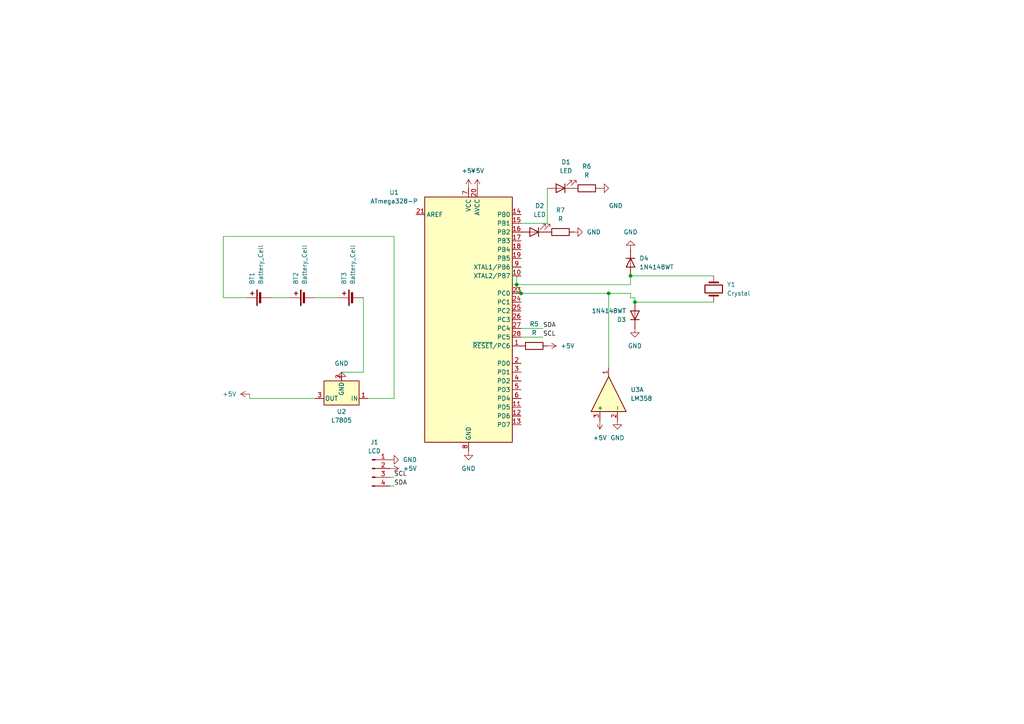
<source format=kicad_sch>
(kicad_sch
	(version 20250114)
	(generator "eeschema")
	(generator_version "9.0")
	(uuid "536588d1-a152-4c54-8e9c-b6fded730a7c")
	(paper "A4")
	(lib_symbols
		(symbol "Amplifier_Operational:LM358"
			(pin_names
				(offset 0.127)
			)
			(exclude_from_sim no)
			(in_bom yes)
			(on_board yes)
			(property "Reference" "U"
				(at 0 5.08 0)
				(effects
					(font
						(size 1.27 1.27)
					)
					(justify left)
				)
			)
			(property "Value" "LM358"
				(at 0 -5.08 0)
				(effects
					(font
						(size 1.27 1.27)
					)
					(justify left)
				)
			)
			(property "Footprint" ""
				(at 0 0 0)
				(effects
					(font
						(size 1.27 1.27)
					)
					(hide yes)
				)
			)
			(property "Datasheet" "http://www.ti.com/lit/ds/symlink/lm2904-n.pdf"
				(at 0 0 0)
				(effects
					(font
						(size 1.27 1.27)
					)
					(hide yes)
				)
			)
			(property "Description" "Low-Power, Dual Operational Amplifiers, DIP-8/SOIC-8/TO-99-8"
				(at 0 0 0)
				(effects
					(font
						(size 1.27 1.27)
					)
					(hide yes)
				)
			)
			(property "ki_locked" ""
				(at 0 0 0)
				(effects
					(font
						(size 1.27 1.27)
					)
				)
			)
			(property "ki_keywords" "dual opamp"
				(at 0 0 0)
				(effects
					(font
						(size 1.27 1.27)
					)
					(hide yes)
				)
			)
			(property "ki_fp_filters" "SOIC*3.9x4.9mm*P1.27mm* DIP*W7.62mm* TO*99* OnSemi*Micro8* TSSOP*3x3mm*P0.65mm* TSSOP*4.4x3mm*P0.65mm* MSOP*3x3mm*P0.65mm* SSOP*3.9x4.9mm*P0.635mm* LFCSP*2x2mm*P0.5mm* *SIP* SOIC*5.3x6.2mm*P1.27mm*"
				(at 0 0 0)
				(effects
					(font
						(size 1.27 1.27)
					)
					(hide yes)
				)
			)
			(symbol "LM358_1_1"
				(polyline
					(pts
						(xy -5.08 5.08) (xy 5.08 0) (xy -5.08 -5.08) (xy -5.08 5.08)
					)
					(stroke
						(width 0.254)
						(type default)
					)
					(fill
						(type background)
					)
				)
				(pin input line
					(at -7.62 2.54 0)
					(length 2.54)
					(name "+"
						(effects
							(font
								(size 1.27 1.27)
							)
						)
					)
					(number "3"
						(effects
							(font
								(size 1.27 1.27)
							)
						)
					)
				)
				(pin input line
					(at -7.62 -2.54 0)
					(length 2.54)
					(name "-"
						(effects
							(font
								(size 1.27 1.27)
							)
						)
					)
					(number "2"
						(effects
							(font
								(size 1.27 1.27)
							)
						)
					)
				)
				(pin output line
					(at 7.62 0 180)
					(length 2.54)
					(name "~"
						(effects
							(font
								(size 1.27 1.27)
							)
						)
					)
					(number "1"
						(effects
							(font
								(size 1.27 1.27)
							)
						)
					)
				)
			)
			(symbol "LM358_2_1"
				(polyline
					(pts
						(xy -5.08 5.08) (xy 5.08 0) (xy -5.08 -5.08) (xy -5.08 5.08)
					)
					(stroke
						(width 0.254)
						(type default)
					)
					(fill
						(type background)
					)
				)
				(pin input line
					(at -7.62 2.54 0)
					(length 2.54)
					(name "+"
						(effects
							(font
								(size 1.27 1.27)
							)
						)
					)
					(number "5"
						(effects
							(font
								(size 1.27 1.27)
							)
						)
					)
				)
				(pin input line
					(at -7.62 -2.54 0)
					(length 2.54)
					(name "-"
						(effects
							(font
								(size 1.27 1.27)
							)
						)
					)
					(number "6"
						(effects
							(font
								(size 1.27 1.27)
							)
						)
					)
				)
				(pin output line
					(at 7.62 0 180)
					(length 2.54)
					(name "~"
						(effects
							(font
								(size 1.27 1.27)
							)
						)
					)
					(number "7"
						(effects
							(font
								(size 1.27 1.27)
							)
						)
					)
				)
			)
			(symbol "LM358_3_1"
				(pin power_in line
					(at -2.54 7.62 270)
					(length 3.81)
					(name "V+"
						(effects
							(font
								(size 1.27 1.27)
							)
						)
					)
					(number "8"
						(effects
							(font
								(size 1.27 1.27)
							)
						)
					)
				)
				(pin power_in line
					(at -2.54 -7.62 90)
					(length 3.81)
					(name "V-"
						(effects
							(font
								(size 1.27 1.27)
							)
						)
					)
					(number "4"
						(effects
							(font
								(size 1.27 1.27)
							)
						)
					)
				)
			)
			(embedded_fonts no)
		)
		(symbol "Connector:Conn_01x04_Pin"
			(pin_names
				(offset 1.016)
				(hide yes)
			)
			(exclude_from_sim no)
			(in_bom yes)
			(on_board yes)
			(property "Reference" "J"
				(at 0 5.08 0)
				(effects
					(font
						(size 1.27 1.27)
					)
				)
			)
			(property "Value" "Conn_01x04_Pin"
				(at 0 -7.62 0)
				(effects
					(font
						(size 1.27 1.27)
					)
				)
			)
			(property "Footprint" ""
				(at 0 0 0)
				(effects
					(font
						(size 1.27 1.27)
					)
					(hide yes)
				)
			)
			(property "Datasheet" "~"
				(at 0 0 0)
				(effects
					(font
						(size 1.27 1.27)
					)
					(hide yes)
				)
			)
			(property "Description" "Generic connector, single row, 01x04, script generated"
				(at 0 0 0)
				(effects
					(font
						(size 1.27 1.27)
					)
					(hide yes)
				)
			)
			(property "ki_locked" ""
				(at 0 0 0)
				(effects
					(font
						(size 1.27 1.27)
					)
				)
			)
			(property "ki_keywords" "connector"
				(at 0 0 0)
				(effects
					(font
						(size 1.27 1.27)
					)
					(hide yes)
				)
			)
			(property "ki_fp_filters" "Connector*:*_1x??_*"
				(at 0 0 0)
				(effects
					(font
						(size 1.27 1.27)
					)
					(hide yes)
				)
			)
			(symbol "Conn_01x04_Pin_1_1"
				(rectangle
					(start 0.8636 2.667)
					(end 0 2.413)
					(stroke
						(width 0.1524)
						(type default)
					)
					(fill
						(type outline)
					)
				)
				(rectangle
					(start 0.8636 0.127)
					(end 0 -0.127)
					(stroke
						(width 0.1524)
						(type default)
					)
					(fill
						(type outline)
					)
				)
				(rectangle
					(start 0.8636 -2.413)
					(end 0 -2.667)
					(stroke
						(width 0.1524)
						(type default)
					)
					(fill
						(type outline)
					)
				)
				(rectangle
					(start 0.8636 -4.953)
					(end 0 -5.207)
					(stroke
						(width 0.1524)
						(type default)
					)
					(fill
						(type outline)
					)
				)
				(polyline
					(pts
						(xy 1.27 2.54) (xy 0.8636 2.54)
					)
					(stroke
						(width 0.1524)
						(type default)
					)
					(fill
						(type none)
					)
				)
				(polyline
					(pts
						(xy 1.27 0) (xy 0.8636 0)
					)
					(stroke
						(width 0.1524)
						(type default)
					)
					(fill
						(type none)
					)
				)
				(polyline
					(pts
						(xy 1.27 -2.54) (xy 0.8636 -2.54)
					)
					(stroke
						(width 0.1524)
						(type default)
					)
					(fill
						(type none)
					)
				)
				(polyline
					(pts
						(xy 1.27 -5.08) (xy 0.8636 -5.08)
					)
					(stroke
						(width 0.1524)
						(type default)
					)
					(fill
						(type none)
					)
				)
				(pin passive line
					(at 5.08 2.54 180)
					(length 3.81)
					(name "Pin_1"
						(effects
							(font
								(size 1.27 1.27)
							)
						)
					)
					(number "1"
						(effects
							(font
								(size 1.27 1.27)
							)
						)
					)
				)
				(pin passive line
					(at 5.08 0 180)
					(length 3.81)
					(name "Pin_2"
						(effects
							(font
								(size 1.27 1.27)
							)
						)
					)
					(number "2"
						(effects
							(font
								(size 1.27 1.27)
							)
						)
					)
				)
				(pin passive line
					(at 5.08 -2.54 180)
					(length 3.81)
					(name "Pin_3"
						(effects
							(font
								(size 1.27 1.27)
							)
						)
					)
					(number "3"
						(effects
							(font
								(size 1.27 1.27)
							)
						)
					)
				)
				(pin passive line
					(at 5.08 -5.08 180)
					(length 3.81)
					(name "Pin_4"
						(effects
							(font
								(size 1.27 1.27)
							)
						)
					)
					(number "4"
						(effects
							(font
								(size 1.27 1.27)
							)
						)
					)
				)
			)
			(embedded_fonts no)
		)
		(symbol "Device:Battery_Cell"
			(pin_numbers
				(hide yes)
			)
			(pin_names
				(offset 0)
				(hide yes)
			)
			(exclude_from_sim no)
			(in_bom yes)
			(on_board yes)
			(property "Reference" "BT"
				(at 2.54 2.54 0)
				(effects
					(font
						(size 1.27 1.27)
					)
					(justify left)
				)
			)
			(property "Value" "Battery_Cell"
				(at 2.54 0 0)
				(effects
					(font
						(size 1.27 1.27)
					)
					(justify left)
				)
			)
			(property "Footprint" ""
				(at 0 1.524 90)
				(effects
					(font
						(size 1.27 1.27)
					)
					(hide yes)
				)
			)
			(property "Datasheet" "~"
				(at 0 1.524 90)
				(effects
					(font
						(size 1.27 1.27)
					)
					(hide yes)
				)
			)
			(property "Description" "Single-cell battery"
				(at 0 0 0)
				(effects
					(font
						(size 1.27 1.27)
					)
					(hide yes)
				)
			)
			(property "ki_keywords" "battery cell"
				(at 0 0 0)
				(effects
					(font
						(size 1.27 1.27)
					)
					(hide yes)
				)
			)
			(symbol "Battery_Cell_0_1"
				(rectangle
					(start -2.286 1.778)
					(end 2.286 1.524)
					(stroke
						(width 0)
						(type default)
					)
					(fill
						(type outline)
					)
				)
				(rectangle
					(start -1.524 1.016)
					(end 1.524 0.508)
					(stroke
						(width 0)
						(type default)
					)
					(fill
						(type outline)
					)
				)
				(polyline
					(pts
						(xy 0 1.778) (xy 0 2.54)
					)
					(stroke
						(width 0)
						(type default)
					)
					(fill
						(type none)
					)
				)
				(polyline
					(pts
						(xy 0 0.762) (xy 0 0)
					)
					(stroke
						(width 0)
						(type default)
					)
					(fill
						(type none)
					)
				)
				(polyline
					(pts
						(xy 0.762 3.048) (xy 1.778 3.048)
					)
					(stroke
						(width 0.254)
						(type default)
					)
					(fill
						(type none)
					)
				)
				(polyline
					(pts
						(xy 1.27 3.556) (xy 1.27 2.54)
					)
					(stroke
						(width 0.254)
						(type default)
					)
					(fill
						(type none)
					)
				)
			)
			(symbol "Battery_Cell_1_1"
				(pin passive line
					(at 0 5.08 270)
					(length 2.54)
					(name "+"
						(effects
							(font
								(size 1.27 1.27)
							)
						)
					)
					(number "1"
						(effects
							(font
								(size 1.27 1.27)
							)
						)
					)
				)
				(pin passive line
					(at 0 -2.54 90)
					(length 2.54)
					(name "-"
						(effects
							(font
								(size 1.27 1.27)
							)
						)
					)
					(number "2"
						(effects
							(font
								(size 1.27 1.27)
							)
						)
					)
				)
			)
			(embedded_fonts no)
		)
		(symbol "Device:Crystal"
			(pin_numbers
				(hide yes)
			)
			(pin_names
				(offset 1.016)
				(hide yes)
			)
			(exclude_from_sim no)
			(in_bom yes)
			(on_board yes)
			(property "Reference" "Y"
				(at 0 3.81 0)
				(effects
					(font
						(size 1.27 1.27)
					)
				)
			)
			(property "Value" "Crystal"
				(at 0 -3.81 0)
				(effects
					(font
						(size 1.27 1.27)
					)
				)
			)
			(property "Footprint" ""
				(at 0 0 0)
				(effects
					(font
						(size 1.27 1.27)
					)
					(hide yes)
				)
			)
			(property "Datasheet" "~"
				(at 0 0 0)
				(effects
					(font
						(size 1.27 1.27)
					)
					(hide yes)
				)
			)
			(property "Description" "Two pin crystal"
				(at 0 0 0)
				(effects
					(font
						(size 1.27 1.27)
					)
					(hide yes)
				)
			)
			(property "ki_keywords" "quartz ceramic resonator oscillator"
				(at 0 0 0)
				(effects
					(font
						(size 1.27 1.27)
					)
					(hide yes)
				)
			)
			(property "ki_fp_filters" "Crystal*"
				(at 0 0 0)
				(effects
					(font
						(size 1.27 1.27)
					)
					(hide yes)
				)
			)
			(symbol "Crystal_0_1"
				(polyline
					(pts
						(xy -2.54 0) (xy -1.905 0)
					)
					(stroke
						(width 0)
						(type default)
					)
					(fill
						(type none)
					)
				)
				(polyline
					(pts
						(xy -1.905 -1.27) (xy -1.905 1.27)
					)
					(stroke
						(width 0.508)
						(type default)
					)
					(fill
						(type none)
					)
				)
				(rectangle
					(start -1.143 2.54)
					(end 1.143 -2.54)
					(stroke
						(width 0.3048)
						(type default)
					)
					(fill
						(type none)
					)
				)
				(polyline
					(pts
						(xy 1.905 -1.27) (xy 1.905 1.27)
					)
					(stroke
						(width 0.508)
						(type default)
					)
					(fill
						(type none)
					)
				)
				(polyline
					(pts
						(xy 2.54 0) (xy 1.905 0)
					)
					(stroke
						(width 0)
						(type default)
					)
					(fill
						(type none)
					)
				)
			)
			(symbol "Crystal_1_1"
				(pin passive line
					(at -3.81 0 0)
					(length 1.27)
					(name "1"
						(effects
							(font
								(size 1.27 1.27)
							)
						)
					)
					(number "1"
						(effects
							(font
								(size 1.27 1.27)
							)
						)
					)
				)
				(pin passive line
					(at 3.81 0 180)
					(length 1.27)
					(name "2"
						(effects
							(font
								(size 1.27 1.27)
							)
						)
					)
					(number "2"
						(effects
							(font
								(size 1.27 1.27)
							)
						)
					)
				)
			)
			(embedded_fonts no)
		)
		(symbol "Device:LED"
			(pin_numbers
				(hide yes)
			)
			(pin_names
				(offset 1.016)
				(hide yes)
			)
			(exclude_from_sim no)
			(in_bom yes)
			(on_board yes)
			(property "Reference" "D"
				(at 0 2.54 0)
				(effects
					(font
						(size 1.27 1.27)
					)
				)
			)
			(property "Value" "LED"
				(at 0 -2.54 0)
				(effects
					(font
						(size 1.27 1.27)
					)
				)
			)
			(property "Footprint" ""
				(at 0 0 0)
				(effects
					(font
						(size 1.27 1.27)
					)
					(hide yes)
				)
			)
			(property "Datasheet" "~"
				(at 0 0 0)
				(effects
					(font
						(size 1.27 1.27)
					)
					(hide yes)
				)
			)
			(property "Description" "Light emitting diode"
				(at 0 0 0)
				(effects
					(font
						(size 1.27 1.27)
					)
					(hide yes)
				)
			)
			(property "Sim.Pins" "1=K 2=A"
				(at 0 0 0)
				(effects
					(font
						(size 1.27 1.27)
					)
					(hide yes)
				)
			)
			(property "ki_keywords" "LED diode"
				(at 0 0 0)
				(effects
					(font
						(size 1.27 1.27)
					)
					(hide yes)
				)
			)
			(property "ki_fp_filters" "LED* LED_SMD:* LED_THT:*"
				(at 0 0 0)
				(effects
					(font
						(size 1.27 1.27)
					)
					(hide yes)
				)
			)
			(symbol "LED_0_1"
				(polyline
					(pts
						(xy -3.048 -0.762) (xy -4.572 -2.286) (xy -3.81 -2.286) (xy -4.572 -2.286) (xy -4.572 -1.524)
					)
					(stroke
						(width 0)
						(type default)
					)
					(fill
						(type none)
					)
				)
				(polyline
					(pts
						(xy -1.778 -0.762) (xy -3.302 -2.286) (xy -2.54 -2.286) (xy -3.302 -2.286) (xy -3.302 -1.524)
					)
					(stroke
						(width 0)
						(type default)
					)
					(fill
						(type none)
					)
				)
				(polyline
					(pts
						(xy -1.27 0) (xy 1.27 0)
					)
					(stroke
						(width 0)
						(type default)
					)
					(fill
						(type none)
					)
				)
				(polyline
					(pts
						(xy -1.27 -1.27) (xy -1.27 1.27)
					)
					(stroke
						(width 0.254)
						(type default)
					)
					(fill
						(type none)
					)
				)
				(polyline
					(pts
						(xy 1.27 -1.27) (xy 1.27 1.27) (xy -1.27 0) (xy 1.27 -1.27)
					)
					(stroke
						(width 0.254)
						(type default)
					)
					(fill
						(type none)
					)
				)
			)
			(symbol "LED_1_1"
				(pin passive line
					(at -3.81 0 0)
					(length 2.54)
					(name "K"
						(effects
							(font
								(size 1.27 1.27)
							)
						)
					)
					(number "1"
						(effects
							(font
								(size 1.27 1.27)
							)
						)
					)
				)
				(pin passive line
					(at 3.81 0 180)
					(length 2.54)
					(name "A"
						(effects
							(font
								(size 1.27 1.27)
							)
						)
					)
					(number "2"
						(effects
							(font
								(size 1.27 1.27)
							)
						)
					)
				)
			)
			(embedded_fonts no)
		)
		(symbol "Device:R"
			(pin_numbers
				(hide yes)
			)
			(pin_names
				(offset 0)
			)
			(exclude_from_sim no)
			(in_bom yes)
			(on_board yes)
			(property "Reference" "R"
				(at 2.032 0 90)
				(effects
					(font
						(size 1.27 1.27)
					)
				)
			)
			(property "Value" "R"
				(at 0 0 90)
				(effects
					(font
						(size 1.27 1.27)
					)
				)
			)
			(property "Footprint" ""
				(at -1.778 0 90)
				(effects
					(font
						(size 1.27 1.27)
					)
					(hide yes)
				)
			)
			(property "Datasheet" "~"
				(at 0 0 0)
				(effects
					(font
						(size 1.27 1.27)
					)
					(hide yes)
				)
			)
			(property "Description" "Resistor"
				(at 0 0 0)
				(effects
					(font
						(size 1.27 1.27)
					)
					(hide yes)
				)
			)
			(property "ki_keywords" "R res resistor"
				(at 0 0 0)
				(effects
					(font
						(size 1.27 1.27)
					)
					(hide yes)
				)
			)
			(property "ki_fp_filters" "R_*"
				(at 0 0 0)
				(effects
					(font
						(size 1.27 1.27)
					)
					(hide yes)
				)
			)
			(symbol "R_0_1"
				(rectangle
					(start -1.016 -2.54)
					(end 1.016 2.54)
					(stroke
						(width 0.254)
						(type default)
					)
					(fill
						(type none)
					)
				)
			)
			(symbol "R_1_1"
				(pin passive line
					(at 0 3.81 270)
					(length 1.27)
					(name "~"
						(effects
							(font
								(size 1.27 1.27)
							)
						)
					)
					(number "1"
						(effects
							(font
								(size 1.27 1.27)
							)
						)
					)
				)
				(pin passive line
					(at 0 -3.81 90)
					(length 1.27)
					(name "~"
						(effects
							(font
								(size 1.27 1.27)
							)
						)
					)
					(number "2"
						(effects
							(font
								(size 1.27 1.27)
							)
						)
					)
				)
			)
			(embedded_fonts no)
		)
		(symbol "Diode:1N4148WT"
			(pin_numbers
				(hide yes)
			)
			(pin_names
				(hide yes)
			)
			(exclude_from_sim no)
			(in_bom yes)
			(on_board yes)
			(property "Reference" "D"
				(at 0 2.54 0)
				(effects
					(font
						(size 1.27 1.27)
					)
				)
			)
			(property "Value" "1N4148WT"
				(at 0 -2.54 0)
				(effects
					(font
						(size 1.27 1.27)
					)
				)
			)
			(property "Footprint" "Diode_SMD:D_SOD-523"
				(at 0 -4.445 0)
				(effects
					(font
						(size 1.27 1.27)
					)
					(hide yes)
				)
			)
			(property "Datasheet" "https://www.diodes.com/assets/Datasheets/ds30396.pdf"
				(at 0 0 0)
				(effects
					(font
						(size 1.27 1.27)
					)
					(hide yes)
				)
			)
			(property "Description" "75V 0.15A Fast switching Diode, SOD-523"
				(at 0 0 0)
				(effects
					(font
						(size 1.27 1.27)
					)
					(hide yes)
				)
			)
			(property "Sim.Device" "D"
				(at 0 0 0)
				(effects
					(font
						(size 1.27 1.27)
					)
					(hide yes)
				)
			)
			(property "Sim.Pins" "1=K 2=A"
				(at 0 0 0)
				(effects
					(font
						(size 1.27 1.27)
					)
					(hide yes)
				)
			)
			(property "ki_keywords" "diode"
				(at 0 0 0)
				(effects
					(font
						(size 1.27 1.27)
					)
					(hide yes)
				)
			)
			(property "ki_fp_filters" "D*SOD?523*"
				(at 0 0 0)
				(effects
					(font
						(size 1.27 1.27)
					)
					(hide yes)
				)
			)
			(symbol "1N4148WT_0_1"
				(polyline
					(pts
						(xy -1.27 1.27) (xy -1.27 -1.27)
					)
					(stroke
						(width 0.254)
						(type default)
					)
					(fill
						(type none)
					)
				)
				(polyline
					(pts
						(xy 1.27 1.27) (xy 1.27 -1.27) (xy -1.27 0) (xy 1.27 1.27)
					)
					(stroke
						(width 0.254)
						(type default)
					)
					(fill
						(type none)
					)
				)
				(polyline
					(pts
						(xy 1.27 0) (xy -1.27 0)
					)
					(stroke
						(width 0)
						(type default)
					)
					(fill
						(type none)
					)
				)
			)
			(symbol "1N4148WT_1_1"
				(pin passive line
					(at -3.81 0 0)
					(length 2.54)
					(name "K"
						(effects
							(font
								(size 1.27 1.27)
							)
						)
					)
					(number "1"
						(effects
							(font
								(size 1.27 1.27)
							)
						)
					)
				)
				(pin passive line
					(at 3.81 0 180)
					(length 2.54)
					(name "A"
						(effects
							(font
								(size 1.27 1.27)
							)
						)
					)
					(number "2"
						(effects
							(font
								(size 1.27 1.27)
							)
						)
					)
				)
			)
			(embedded_fonts no)
		)
		(symbol "MCU_Microchip_ATmega:ATmega328-P"
			(exclude_from_sim no)
			(in_bom yes)
			(on_board yes)
			(property "Reference" "U"
				(at -12.7 36.83 0)
				(effects
					(font
						(size 1.27 1.27)
					)
					(justify left bottom)
				)
			)
			(property "Value" "ATmega328-P"
				(at 2.54 -36.83 0)
				(effects
					(font
						(size 1.27 1.27)
					)
					(justify left top)
				)
			)
			(property "Footprint" "Package_DIP:DIP-28_W7.62mm"
				(at 0 0 0)
				(effects
					(font
						(size 1.27 1.27)
						(italic yes)
					)
					(hide yes)
				)
			)
			(property "Datasheet" "http://ww1.microchip.com/downloads/en/DeviceDoc/ATmega328_P%20AVR%20MCU%20with%20picoPower%20Technology%20Data%20Sheet%2040001984A.pdf"
				(at 0 0 0)
				(effects
					(font
						(size 1.27 1.27)
					)
					(hide yes)
				)
			)
			(property "Description" "20MHz, 32kB Flash, 2kB SRAM, 1kB EEPROM, DIP-28"
				(at 0 0 0)
				(effects
					(font
						(size 1.27 1.27)
					)
					(hide yes)
				)
			)
			(property "ki_keywords" "AVR 8bit Microcontroller MegaAVR"
				(at 0 0 0)
				(effects
					(font
						(size 1.27 1.27)
					)
					(hide yes)
				)
			)
			(property "ki_fp_filters" "DIP*W7.62mm*"
				(at 0 0 0)
				(effects
					(font
						(size 1.27 1.27)
					)
					(hide yes)
				)
			)
			(symbol "ATmega328-P_0_1"
				(rectangle
					(start -12.7 -35.56)
					(end 12.7 35.56)
					(stroke
						(width 0.254)
						(type default)
					)
					(fill
						(type background)
					)
				)
			)
			(symbol "ATmega328-P_1_1"
				(pin passive line
					(at -15.24 30.48 0)
					(length 2.54)
					(name "AREF"
						(effects
							(font
								(size 1.27 1.27)
							)
						)
					)
					(number "21"
						(effects
							(font
								(size 1.27 1.27)
							)
						)
					)
				)
				(pin power_in line
					(at 0 38.1 270)
					(length 2.54)
					(name "VCC"
						(effects
							(font
								(size 1.27 1.27)
							)
						)
					)
					(number "7"
						(effects
							(font
								(size 1.27 1.27)
							)
						)
					)
				)
				(pin passive line
					(at 0 -38.1 90)
					(length 2.54)
					(hide yes)
					(name "GND"
						(effects
							(font
								(size 1.27 1.27)
							)
						)
					)
					(number "22"
						(effects
							(font
								(size 1.27 1.27)
							)
						)
					)
				)
				(pin power_in line
					(at 0 -38.1 90)
					(length 2.54)
					(name "GND"
						(effects
							(font
								(size 1.27 1.27)
							)
						)
					)
					(number "8"
						(effects
							(font
								(size 1.27 1.27)
							)
						)
					)
				)
				(pin power_in line
					(at 2.54 38.1 270)
					(length 2.54)
					(name "AVCC"
						(effects
							(font
								(size 1.27 1.27)
							)
						)
					)
					(number "20"
						(effects
							(font
								(size 1.27 1.27)
							)
						)
					)
				)
				(pin bidirectional line
					(at 15.24 30.48 180)
					(length 2.54)
					(name "PB0"
						(effects
							(font
								(size 1.27 1.27)
							)
						)
					)
					(number "14"
						(effects
							(font
								(size 1.27 1.27)
							)
						)
					)
				)
				(pin bidirectional line
					(at 15.24 27.94 180)
					(length 2.54)
					(name "PB1"
						(effects
							(font
								(size 1.27 1.27)
							)
						)
					)
					(number "15"
						(effects
							(font
								(size 1.27 1.27)
							)
						)
					)
				)
				(pin bidirectional line
					(at 15.24 25.4 180)
					(length 2.54)
					(name "PB2"
						(effects
							(font
								(size 1.27 1.27)
							)
						)
					)
					(number "16"
						(effects
							(font
								(size 1.27 1.27)
							)
						)
					)
				)
				(pin bidirectional line
					(at 15.24 22.86 180)
					(length 2.54)
					(name "PB3"
						(effects
							(font
								(size 1.27 1.27)
							)
						)
					)
					(number "17"
						(effects
							(font
								(size 1.27 1.27)
							)
						)
					)
				)
				(pin bidirectional line
					(at 15.24 20.32 180)
					(length 2.54)
					(name "PB4"
						(effects
							(font
								(size 1.27 1.27)
							)
						)
					)
					(number "18"
						(effects
							(font
								(size 1.27 1.27)
							)
						)
					)
				)
				(pin bidirectional line
					(at 15.24 17.78 180)
					(length 2.54)
					(name "PB5"
						(effects
							(font
								(size 1.27 1.27)
							)
						)
					)
					(number "19"
						(effects
							(font
								(size 1.27 1.27)
							)
						)
					)
				)
				(pin bidirectional line
					(at 15.24 15.24 180)
					(length 2.54)
					(name "XTAL1/PB6"
						(effects
							(font
								(size 1.27 1.27)
							)
						)
					)
					(number "9"
						(effects
							(font
								(size 1.27 1.27)
							)
						)
					)
				)
				(pin bidirectional line
					(at 15.24 12.7 180)
					(length 2.54)
					(name "XTAL2/PB7"
						(effects
							(font
								(size 1.27 1.27)
							)
						)
					)
					(number "10"
						(effects
							(font
								(size 1.27 1.27)
							)
						)
					)
				)
				(pin bidirectional line
					(at 15.24 7.62 180)
					(length 2.54)
					(name "PC0"
						(effects
							(font
								(size 1.27 1.27)
							)
						)
					)
					(number "23"
						(effects
							(font
								(size 1.27 1.27)
							)
						)
					)
				)
				(pin bidirectional line
					(at 15.24 5.08 180)
					(length 2.54)
					(name "PC1"
						(effects
							(font
								(size 1.27 1.27)
							)
						)
					)
					(number "24"
						(effects
							(font
								(size 1.27 1.27)
							)
						)
					)
				)
				(pin bidirectional line
					(at 15.24 2.54 180)
					(length 2.54)
					(name "PC2"
						(effects
							(font
								(size 1.27 1.27)
							)
						)
					)
					(number "25"
						(effects
							(font
								(size 1.27 1.27)
							)
						)
					)
				)
				(pin bidirectional line
					(at 15.24 0 180)
					(length 2.54)
					(name "PC3"
						(effects
							(font
								(size 1.27 1.27)
							)
						)
					)
					(number "26"
						(effects
							(font
								(size 1.27 1.27)
							)
						)
					)
				)
				(pin bidirectional line
					(at 15.24 -2.54 180)
					(length 2.54)
					(name "PC4"
						(effects
							(font
								(size 1.27 1.27)
							)
						)
					)
					(number "27"
						(effects
							(font
								(size 1.27 1.27)
							)
						)
					)
				)
				(pin bidirectional line
					(at 15.24 -5.08 180)
					(length 2.54)
					(name "PC5"
						(effects
							(font
								(size 1.27 1.27)
							)
						)
					)
					(number "28"
						(effects
							(font
								(size 1.27 1.27)
							)
						)
					)
				)
				(pin bidirectional line
					(at 15.24 -7.62 180)
					(length 2.54)
					(name "~{RESET}/PC6"
						(effects
							(font
								(size 1.27 1.27)
							)
						)
					)
					(number "1"
						(effects
							(font
								(size 1.27 1.27)
							)
						)
					)
				)
				(pin bidirectional line
					(at 15.24 -12.7 180)
					(length 2.54)
					(name "PD0"
						(effects
							(font
								(size 1.27 1.27)
							)
						)
					)
					(number "2"
						(effects
							(font
								(size 1.27 1.27)
							)
						)
					)
				)
				(pin bidirectional line
					(at 15.24 -15.24 180)
					(length 2.54)
					(name "PD1"
						(effects
							(font
								(size 1.27 1.27)
							)
						)
					)
					(number "3"
						(effects
							(font
								(size 1.27 1.27)
							)
						)
					)
				)
				(pin bidirectional line
					(at 15.24 -17.78 180)
					(length 2.54)
					(name "PD2"
						(effects
							(font
								(size 1.27 1.27)
							)
						)
					)
					(number "4"
						(effects
							(font
								(size 1.27 1.27)
							)
						)
					)
				)
				(pin bidirectional line
					(at 15.24 -20.32 180)
					(length 2.54)
					(name "PD3"
						(effects
							(font
								(size 1.27 1.27)
							)
						)
					)
					(number "5"
						(effects
							(font
								(size 1.27 1.27)
							)
						)
					)
				)
				(pin bidirectional line
					(at 15.24 -22.86 180)
					(length 2.54)
					(name "PD4"
						(effects
							(font
								(size 1.27 1.27)
							)
						)
					)
					(number "6"
						(effects
							(font
								(size 1.27 1.27)
							)
						)
					)
				)
				(pin bidirectional line
					(at 15.24 -25.4 180)
					(length 2.54)
					(name "PD5"
						(effects
							(font
								(size 1.27 1.27)
							)
						)
					)
					(number "11"
						(effects
							(font
								(size 1.27 1.27)
							)
						)
					)
				)
				(pin bidirectional line
					(at 15.24 -27.94 180)
					(length 2.54)
					(name "PD6"
						(effects
							(font
								(size 1.27 1.27)
							)
						)
					)
					(number "12"
						(effects
							(font
								(size 1.27 1.27)
							)
						)
					)
				)
				(pin bidirectional line
					(at 15.24 -30.48 180)
					(length 2.54)
					(name "PD7"
						(effects
							(font
								(size 1.27 1.27)
							)
						)
					)
					(number "13"
						(effects
							(font
								(size 1.27 1.27)
							)
						)
					)
				)
			)
			(embedded_fonts no)
		)
		(symbol "Regulator_Linear:L7805"
			(pin_names
				(offset 0.254)
			)
			(exclude_from_sim no)
			(in_bom yes)
			(on_board yes)
			(property "Reference" "U"
				(at -3.81 3.175 0)
				(effects
					(font
						(size 1.27 1.27)
					)
				)
			)
			(property "Value" "L7805"
				(at 0 3.175 0)
				(effects
					(font
						(size 1.27 1.27)
					)
					(justify left)
				)
			)
			(property "Footprint" ""
				(at 0.635 -3.81 0)
				(effects
					(font
						(size 1.27 1.27)
						(italic yes)
					)
					(justify left)
					(hide yes)
				)
			)
			(property "Datasheet" "http://www.st.com/content/ccc/resource/technical/document/datasheet/41/4f/b3/b0/12/d4/47/88/CD00000444.pdf/files/CD00000444.pdf/jcr:content/translations/en.CD00000444.pdf"
				(at 0 -1.27 0)
				(effects
					(font
						(size 1.27 1.27)
					)
					(hide yes)
				)
			)
			(property "Description" "Positive 1.5A 35V Linear Regulator, Fixed Output 5V, TO-220/TO-263/TO-252"
				(at 0 0 0)
				(effects
					(font
						(size 1.27 1.27)
					)
					(hide yes)
				)
			)
			(property "ki_keywords" "Voltage Regulator 1.5A Positive"
				(at 0 0 0)
				(effects
					(font
						(size 1.27 1.27)
					)
					(hide yes)
				)
			)
			(property "ki_fp_filters" "TO?252* TO?263* TO?220*"
				(at 0 0 0)
				(effects
					(font
						(size 1.27 1.27)
					)
					(hide yes)
				)
			)
			(symbol "L7805_0_1"
				(rectangle
					(start -5.08 1.905)
					(end 5.08 -5.08)
					(stroke
						(width 0.254)
						(type default)
					)
					(fill
						(type background)
					)
				)
			)
			(symbol "L7805_1_1"
				(pin power_in line
					(at -7.62 0 0)
					(length 2.54)
					(name "IN"
						(effects
							(font
								(size 1.27 1.27)
							)
						)
					)
					(number "1"
						(effects
							(font
								(size 1.27 1.27)
							)
						)
					)
				)
				(pin power_in line
					(at 0 -7.62 90)
					(length 2.54)
					(name "GND"
						(effects
							(font
								(size 1.27 1.27)
							)
						)
					)
					(number "2"
						(effects
							(font
								(size 1.27 1.27)
							)
						)
					)
				)
				(pin power_out line
					(at 7.62 0 180)
					(length 2.54)
					(name "OUT"
						(effects
							(font
								(size 1.27 1.27)
							)
						)
					)
					(number "3"
						(effects
							(font
								(size 1.27 1.27)
							)
						)
					)
				)
			)
			(embedded_fonts no)
		)
		(symbol "power:+5V"
			(power)
			(pin_numbers
				(hide yes)
			)
			(pin_names
				(offset 0)
				(hide yes)
			)
			(exclude_from_sim no)
			(in_bom yes)
			(on_board yes)
			(property "Reference" "#PWR"
				(at 0 -3.81 0)
				(effects
					(font
						(size 1.27 1.27)
					)
					(hide yes)
				)
			)
			(property "Value" "+5V"
				(at 0 3.556 0)
				(effects
					(font
						(size 1.27 1.27)
					)
				)
			)
			(property "Footprint" ""
				(at 0 0 0)
				(effects
					(font
						(size 1.27 1.27)
					)
					(hide yes)
				)
			)
			(property "Datasheet" ""
				(at 0 0 0)
				(effects
					(font
						(size 1.27 1.27)
					)
					(hide yes)
				)
			)
			(property "Description" "Power symbol creates a global label with name \"+5V\""
				(at 0 0 0)
				(effects
					(font
						(size 1.27 1.27)
					)
					(hide yes)
				)
			)
			(property "ki_keywords" "global power"
				(at 0 0 0)
				(effects
					(font
						(size 1.27 1.27)
					)
					(hide yes)
				)
			)
			(symbol "+5V_0_1"
				(polyline
					(pts
						(xy -0.762 1.27) (xy 0 2.54)
					)
					(stroke
						(width 0)
						(type default)
					)
					(fill
						(type none)
					)
				)
				(polyline
					(pts
						(xy 0 2.54) (xy 0.762 1.27)
					)
					(stroke
						(width 0)
						(type default)
					)
					(fill
						(type none)
					)
				)
				(polyline
					(pts
						(xy 0 0) (xy 0 2.54)
					)
					(stroke
						(width 0)
						(type default)
					)
					(fill
						(type none)
					)
				)
			)
			(symbol "+5V_1_1"
				(pin power_in line
					(at 0 0 90)
					(length 0)
					(name "~"
						(effects
							(font
								(size 1.27 1.27)
							)
						)
					)
					(number "1"
						(effects
							(font
								(size 1.27 1.27)
							)
						)
					)
				)
			)
			(embedded_fonts no)
		)
		(symbol "power:GND"
			(power)
			(pin_numbers
				(hide yes)
			)
			(pin_names
				(offset 0)
				(hide yes)
			)
			(exclude_from_sim no)
			(in_bom yes)
			(on_board yes)
			(property "Reference" "#PWR"
				(at 0 -6.35 0)
				(effects
					(font
						(size 1.27 1.27)
					)
					(hide yes)
				)
			)
			(property "Value" "GND"
				(at 0 -3.81 0)
				(effects
					(font
						(size 1.27 1.27)
					)
				)
			)
			(property "Footprint" ""
				(at 0 0 0)
				(effects
					(font
						(size 1.27 1.27)
					)
					(hide yes)
				)
			)
			(property "Datasheet" ""
				(at 0 0 0)
				(effects
					(font
						(size 1.27 1.27)
					)
					(hide yes)
				)
			)
			(property "Description" "Power symbol creates a global label with name \"GND\" , ground"
				(at 0 0 0)
				(effects
					(font
						(size 1.27 1.27)
					)
					(hide yes)
				)
			)
			(property "ki_keywords" "global power"
				(at 0 0 0)
				(effects
					(font
						(size 1.27 1.27)
					)
					(hide yes)
				)
			)
			(symbol "GND_0_1"
				(polyline
					(pts
						(xy 0 0) (xy 0 -1.27) (xy 1.27 -1.27) (xy 0 -2.54) (xy -1.27 -1.27) (xy 0 -1.27)
					)
					(stroke
						(width 0)
						(type default)
					)
					(fill
						(type none)
					)
				)
			)
			(symbol "GND_1_1"
				(pin power_in line
					(at 0 0 270)
					(length 0)
					(name "~"
						(effects
							(font
								(size 1.27 1.27)
							)
						)
					)
					(number "1"
						(effects
							(font
								(size 1.27 1.27)
							)
						)
					)
				)
			)
			(embedded_fonts no)
		)
	)
	(junction
		(at 176.53 85.09)
		(diameter 0)
		(color 0 0 0 0)
		(uuid "226d766b-d793-4bc4-9cbe-846f144900a6")
	)
	(junction
		(at 184.15 87.63)
		(diameter 0)
		(color 0 0 0 0)
		(uuid "5dfe0002-78d5-42de-81ec-65ee7a954abf")
	)
	(junction
		(at 149.86 82.55)
		(diameter 0)
		(color 0 0 0 0)
		(uuid "6133a0a7-8610-46a8-8395-2a14937ba52e")
	)
	(junction
		(at 151.13 85.09)
		(diameter 0)
		(color 0 0 0 0)
		(uuid "c320809a-2f76-4b20-8de4-23543976972c")
	)
	(junction
		(at 182.88 80.01)
		(diameter 0)
		(color 0 0 0 0)
		(uuid "d038a797-f612-435c-8b85-80e7e56bc73c")
	)
	(wire
		(pts
			(xy 182.88 82.55) (xy 182.88 80.01)
		)
		(stroke
			(width 0)
			(type default)
		)
		(uuid "0bde1872-fb98-4dd2-836a-84f9e2f35c21")
	)
	(wire
		(pts
			(xy 149.86 82.55) (xy 149.86 80.01)
		)
		(stroke
			(width 0)
			(type default)
		)
		(uuid "0ff947aa-8832-434c-903b-1a3d7363138b")
	)
	(wire
		(pts
			(xy 91.44 115.57) (xy 72.39 115.57)
		)
		(stroke
			(width 0)
			(type default)
		)
		(uuid "1540eed7-4a6a-4372-aaf8-3eacddf9bd5f")
	)
	(wire
		(pts
			(xy 184.15 87.63) (xy 184.15 86.36)
		)
		(stroke
			(width 0)
			(type default)
		)
		(uuid "1575b63b-689c-4164-a81f-eaf27ef5d4ac")
	)
	(wire
		(pts
			(xy 149.86 82.55) (xy 148.59 82.55)
		)
		(stroke
			(width 0)
			(type default)
		)
		(uuid "15c05edc-4741-4520-9824-4d52b8af71e7")
	)
	(wire
		(pts
			(xy 148.59 77.47) (xy 151.13 77.47)
		)
		(stroke
			(width 0)
			(type default)
		)
		(uuid "1894a479-bddd-4d52-adc7-ce602b050171")
	)
	(wire
		(pts
			(xy 64.77 86.36) (xy 71.12 86.36)
		)
		(stroke
			(width 0)
			(type default)
		)
		(uuid "25b12e1e-87be-4d45-acf8-7e28c0e24439")
	)
	(wire
		(pts
			(xy 149.86 85.09) (xy 151.13 85.09)
		)
		(stroke
			(width 0)
			(type default)
		)
		(uuid "2de9cac9-c3cd-4c48-a189-4ab0a20ab82a")
	)
	(wire
		(pts
			(xy 176.53 85.09) (xy 182.88 85.09)
		)
		(stroke
			(width 0)
			(type default)
		)
		(uuid "3b6a4930-7981-4f4f-946d-a3159c1706f0")
	)
	(wire
		(pts
			(xy 184.15 86.36) (xy 182.88 86.36)
		)
		(stroke
			(width 0)
			(type default)
		)
		(uuid "3fafb222-aa78-4c64-a50d-d16428b5718d")
	)
	(wire
		(pts
			(xy 91.44 86.36) (xy 97.79 86.36)
		)
		(stroke
			(width 0)
			(type default)
		)
		(uuid "40c5a027-1b9b-4fb1-a5f9-7c65c9898461")
	)
	(wire
		(pts
			(xy 149.86 80.01) (xy 151.13 80.01)
		)
		(stroke
			(width 0)
			(type default)
		)
		(uuid "43404c5a-0342-4b5e-bf9c-deed4d40e95d")
	)
	(wire
		(pts
			(xy 182.88 80.01) (xy 207.01 80.01)
		)
		(stroke
			(width 0)
			(type default)
		)
		(uuid "4d7a31ab-0ab2-438d-a5c6-681346a5c8b8")
	)
	(wire
		(pts
			(xy 114.3 115.57) (xy 114.3 68.58)
		)
		(stroke
			(width 0)
			(type default)
		)
		(uuid "4d9552ae-d201-46b9-a3cd-7858a383ca63")
	)
	(wire
		(pts
			(xy 182.88 85.09) (xy 182.88 86.36)
		)
		(stroke
			(width 0)
			(type default)
		)
		(uuid "551b3ebc-4fd2-4f99-afb3-6df36de51a12")
	)
	(wire
		(pts
			(xy 113.03 140.97) (xy 114.3 140.97)
		)
		(stroke
			(width 0)
			(type default)
		)
		(uuid "5b751521-9fca-4776-ae8e-5c32ef4b9ed8")
	)
	(wire
		(pts
			(xy 149.86 82.55) (xy 182.88 82.55)
		)
		(stroke
			(width 0)
			(type default)
		)
		(uuid "6e43c96f-ab57-4caa-93dc-ad9cabe4fc63")
	)
	(wire
		(pts
			(xy 149.86 85.09) (xy 149.86 82.55)
		)
		(stroke
			(width 0)
			(type default)
		)
		(uuid "7685d244-d5c5-463c-b7cf-a3ebfa6142a0")
	)
	(wire
		(pts
			(xy 176.53 85.09) (xy 176.53 106.68)
		)
		(stroke
			(width 0)
			(type default)
		)
		(uuid "7781c281-9197-48f8-bc4b-b8edaf5a7bad")
	)
	(wire
		(pts
			(xy 99.06 107.95) (xy 105.41 107.95)
		)
		(stroke
			(width 0)
			(type default)
		)
		(uuid "79d396b2-a6ed-49bd-8b58-05fa898d8106")
	)
	(wire
		(pts
			(xy 78.74 86.36) (xy 83.82 86.36)
		)
		(stroke
			(width 0)
			(type default)
		)
		(uuid "80dcc1ca-6cd1-45c3-81b6-5268c05b7427")
	)
	(wire
		(pts
			(xy 151.13 95.25) (xy 157.48 95.25)
		)
		(stroke
			(width 0)
			(type default)
		)
		(uuid "9081f7e6-e26c-427b-851f-16de0784897d")
	)
	(wire
		(pts
			(xy 148.59 82.55) (xy 148.59 77.47)
		)
		(stroke
			(width 0)
			(type default)
		)
		(uuid "a8fc0b62-7a95-40f8-8a8c-8c7fa2dfd388")
	)
	(wire
		(pts
			(xy 105.41 107.95) (xy 105.41 86.36)
		)
		(stroke
			(width 0)
			(type default)
		)
		(uuid "aaaebf85-9986-440a-8de8-5add781edd7e")
	)
	(wire
		(pts
			(xy 113.03 138.43) (xy 114.3 138.43)
		)
		(stroke
			(width 0)
			(type default)
		)
		(uuid "b3ee09b4-0323-4fb8-b8a6-1ebbbcf1ab81")
	)
	(wire
		(pts
			(xy 151.13 85.09) (xy 176.53 85.09)
		)
		(stroke
			(width 0)
			(type default)
		)
		(uuid "b5af8237-bd46-44d3-87e5-7f36ccbdabb0")
	)
	(wire
		(pts
			(xy 72.39 115.57) (xy 72.39 114.3)
		)
		(stroke
			(width 0)
			(type default)
		)
		(uuid "c4ab63e0-bdb5-42fb-927b-5bc6b4a8c103")
	)
	(wire
		(pts
			(xy 184.15 87.63) (xy 207.01 87.63)
		)
		(stroke
			(width 0)
			(type default)
		)
		(uuid "d4c572f5-8c28-4d94-9ed4-0c1533ee2dfd")
	)
	(wire
		(pts
			(xy 114.3 68.58) (xy 64.77 68.58)
		)
		(stroke
			(width 0)
			(type default)
		)
		(uuid "e910d7cf-cf7f-48c7-b4c7-354a332826c1")
	)
	(wire
		(pts
			(xy 106.68 115.57) (xy 114.3 115.57)
		)
		(stroke
			(width 0)
			(type default)
		)
		(uuid "ece033ad-5646-448f-94c7-3eaf2f6941e6")
	)
	(wire
		(pts
			(xy 64.77 68.58) (xy 64.77 86.36)
		)
		(stroke
			(width 0)
			(type default)
		)
		(uuid "f91ef67d-656e-496d-a430-fb7001b06f6b")
	)
	(wire
		(pts
			(xy 151.13 64.77) (xy 158.75 64.77)
		)
		(stroke
			(width 0)
			(type default)
		)
		(uuid "f9e76241-5d96-4305-ab5f-4c03a053e211")
	)
	(wire
		(pts
			(xy 151.13 97.79) (xy 157.48 97.79)
		)
		(stroke
			(width 0)
			(type default)
		)
		(uuid "fc89c8a1-1f79-44bd-8dda-d34825a13842")
	)
	(wire
		(pts
			(xy 158.75 64.77) (xy 158.75 54.61)
		)
		(stroke
			(width 0)
			(type default)
		)
		(uuid "ff24153d-89de-408a-a2ca-ed7e59aa9d2c")
	)
	(label "SCL"
		(at 114.3 138.43 0)
		(effects
			(font
				(size 1.27 1.27)
			)
			(justify left bottom)
		)
		(uuid "38b7f0fb-06cc-4398-8da6-5ecfadaa0aef")
	)
	(label "SDA"
		(at 157.48 95.25 0)
		(effects
			(font
				(size 1.27 1.27)
			)
			(justify left bottom)
		)
		(uuid "90924e6b-2bfd-47c5-ba46-7b68f2b02792")
	)
	(label "SDA"
		(at 114.3 140.97 0)
		(effects
			(font
				(size 1.27 1.27)
			)
			(justify left bottom)
		)
		(uuid "c78d73af-b807-48e7-a4eb-ceed0f7d0724")
	)
	(label "SCL"
		(at 157.48 97.79 0)
		(effects
			(font
				(size 1.27 1.27)
			)
			(justify left bottom)
		)
		(uuid "e41a2f27-f3c6-43d7-b50a-e8b1958fa9f7")
	)
	(symbol
		(lib_id "power:+5V")
		(at 158.75 100.33 270)
		(unit 1)
		(exclude_from_sim no)
		(in_bom yes)
		(on_board yes)
		(dnp no)
		(fields_autoplaced yes)
		(uuid "0721476c-639d-4a01-bbb0-c970adbd1e6e")
		(property "Reference" "#PWR06"
			(at 154.94 100.33 0)
			(effects
				(font
					(size 1.27 1.27)
				)
				(hide yes)
			)
		)
		(property "Value" "+5V"
			(at 162.56 100.3299 90)
			(effects
				(font
					(size 1.27 1.27)
				)
				(justify left)
			)
		)
		(property "Footprint" ""
			(at 158.75 100.33 0)
			(effects
				(font
					(size 1.27 1.27)
				)
				(hide yes)
			)
		)
		(property "Datasheet" ""
			(at 158.75 100.33 0)
			(effects
				(font
					(size 1.27 1.27)
				)
				(hide yes)
			)
		)
		(property "Description" "Power symbol creates a global label with name \"+5V\""
			(at 158.75 100.33 0)
			(effects
				(font
					(size 1.27 1.27)
				)
				(hide yes)
			)
		)
		(pin "1"
			(uuid "17186610-5693-4289-a33c-053cdc38dbf9")
		)
		(instances
			(project ""
				(path "/536588d1-a152-4c54-8e9c-b6fded730a7c"
					(reference "#PWR06")
					(unit 1)
				)
			)
		)
	)
	(symbol
		(lib_id "Device:Battery_Cell")
		(at 76.2 86.36 90)
		(unit 1)
		(exclude_from_sim no)
		(in_bom yes)
		(on_board yes)
		(dnp no)
		(fields_autoplaced yes)
		(uuid "0e7b681d-2cfa-44f8-b992-0b478d0e7de5")
		(property "Reference" "BT1"
			(at 73.0884 82.55 0)
			(effects
				(font
					(size 1.27 1.27)
				)
				(justify left)
			)
		)
		(property "Value" "Battery_Cell"
			(at 75.6284 82.55 0)
			(effects
				(font
					(size 1.27 1.27)
				)
				(justify left)
			)
		)
		(property "Footprint" ""
			(at 74.676 86.36 90)
			(effects
				(font
					(size 1.27 1.27)
				)
				(hide yes)
			)
		)
		(property "Datasheet" "~"
			(at 74.676 86.36 90)
			(effects
				(font
					(size 1.27 1.27)
				)
				(hide yes)
			)
		)
		(property "Description" "Single-cell battery"
			(at 76.2 86.36 0)
			(effects
				(font
					(size 1.27 1.27)
				)
				(hide yes)
			)
		)
		(pin "2"
			(uuid "4ac0bbc1-c14d-4f52-a966-2f02da5ee01f")
		)
		(pin "1"
			(uuid "2c7fd29f-61d4-4399-9e31-bbd6944916ac")
		)
		(instances
			(project ""
				(path "/536588d1-a152-4c54-8e9c-b6fded730a7c"
					(reference "BT1")
					(unit 1)
				)
			)
		)
	)
	(symbol
		(lib_id "Device:Battery_Cell")
		(at 102.87 86.36 90)
		(unit 1)
		(exclude_from_sim no)
		(in_bom yes)
		(on_board yes)
		(dnp no)
		(fields_autoplaced yes)
		(uuid "1561f679-5f1b-467e-9889-71c7eef4a25b")
		(property "Reference" "BT3"
			(at 99.7584 82.55 0)
			(effects
				(font
					(size 1.27 1.27)
				)
				(justify left)
			)
		)
		(property "Value" "Battery_Cell"
			(at 102.2984 82.55 0)
			(effects
				(font
					(size 1.27 1.27)
				)
				(justify left)
			)
		)
		(property "Footprint" ""
			(at 101.346 86.36 90)
			(effects
				(font
					(size 1.27 1.27)
				)
				(hide yes)
			)
		)
		(property "Datasheet" "~"
			(at 101.346 86.36 90)
			(effects
				(font
					(size 1.27 1.27)
				)
				(hide yes)
			)
		)
		(property "Description" "Single-cell battery"
			(at 102.87 86.36 0)
			(effects
				(font
					(size 1.27 1.27)
				)
				(hide yes)
			)
		)
		(pin "2"
			(uuid "137d7945-7c30-4a6e-8cd1-be47c2cfad43")
		)
		(pin "1"
			(uuid "fdc4e91e-6d65-4e41-876e-2955640e7532")
		)
		(instances
			(project "Sch"
				(path "/536588d1-a152-4c54-8e9c-b6fded730a7c"
					(reference "BT3")
					(unit 1)
				)
			)
		)
	)
	(symbol
		(lib_id "power:+5V")
		(at 173.99 121.92 180)
		(unit 1)
		(exclude_from_sim no)
		(in_bom yes)
		(on_board yes)
		(dnp no)
		(fields_autoplaced yes)
		(uuid "1971021c-30e8-4cc9-b31c-c1742efb3e34")
		(property "Reference" "#PWR012"
			(at 173.99 118.11 0)
			(effects
				(font
					(size 1.27 1.27)
				)
				(hide yes)
			)
		)
		(property "Value" "+5V"
			(at 173.99 127 0)
			(effects
				(font
					(size 1.27 1.27)
				)
			)
		)
		(property "Footprint" ""
			(at 173.99 121.92 0)
			(effects
				(font
					(size 1.27 1.27)
				)
				(hide yes)
			)
		)
		(property "Datasheet" ""
			(at 173.99 121.92 0)
			(effects
				(font
					(size 1.27 1.27)
				)
				(hide yes)
			)
		)
		(property "Description" "Power symbol creates a global label with name \"+5V\""
			(at 173.99 121.92 0)
			(effects
				(font
					(size 1.27 1.27)
				)
				(hide yes)
			)
		)
		(pin "1"
			(uuid "38a50e83-ab32-4221-b6d8-711c2337d378")
		)
		(instances
			(project ""
				(path "/536588d1-a152-4c54-8e9c-b6fded730a7c"
					(reference "#PWR012")
					(unit 1)
				)
			)
		)
	)
	(symbol
		(lib_id "power:GND")
		(at 173.99 54.61 90)
		(unit 1)
		(exclude_from_sim no)
		(in_bom yes)
		(on_board yes)
		(dnp no)
		(uuid "28a17a09-ee6e-4670-b959-c1053a8de74a")
		(property "Reference" "#PWR07"
			(at 180.34 54.61 0)
			(effects
				(font
					(size 1.27 1.27)
				)
				(hide yes)
			)
		)
		(property "Value" "GND"
			(at 176.53 59.6899 90)
			(effects
				(font
					(size 1.27 1.27)
				)
				(justify right)
			)
		)
		(property "Footprint" ""
			(at 173.99 54.61 0)
			(effects
				(font
					(size 1.27 1.27)
				)
				(hide yes)
			)
		)
		(property "Datasheet" ""
			(at 173.99 54.61 0)
			(effects
				(font
					(size 1.27 1.27)
				)
				(hide yes)
			)
		)
		(property "Description" "Power symbol creates a global label with name \"GND\" , ground"
			(at 173.99 54.61 0)
			(effects
				(font
					(size 1.27 1.27)
				)
				(hide yes)
			)
		)
		(pin "1"
			(uuid "593faa18-956f-4065-9bb7-b0d2c4b07adb")
		)
		(instances
			(project ""
				(path "/536588d1-a152-4c54-8e9c-b6fded730a7c"
					(reference "#PWR07")
					(unit 1)
				)
			)
		)
	)
	(symbol
		(lib_id "Device:LED")
		(at 154.94 67.31 180)
		(unit 1)
		(exclude_from_sim no)
		(in_bom yes)
		(on_board yes)
		(dnp no)
		(fields_autoplaced yes)
		(uuid "2d9ea184-50fe-4d01-8359-06d51b6ebf51")
		(property "Reference" "D2"
			(at 156.5275 59.69 0)
			(effects
				(font
					(size 1.27 1.27)
				)
			)
		)
		(property "Value" "LED"
			(at 156.5275 62.23 0)
			(effects
				(font
					(size 1.27 1.27)
				)
			)
		)
		(property "Footprint" ""
			(at 154.94 67.31 0)
			(effects
				(font
					(size 1.27 1.27)
				)
				(hide yes)
			)
		)
		(property "Datasheet" "~"
			(at 154.94 67.31 0)
			(effects
				(font
					(size 1.27 1.27)
				)
				(hide yes)
			)
		)
		(property "Description" "Light emitting diode"
			(at 154.94 67.31 0)
			(effects
				(font
					(size 1.27 1.27)
				)
				(hide yes)
			)
		)
		(property "Sim.Pins" "1=K 2=A"
			(at 154.94 67.31 0)
			(effects
				(font
					(size 1.27 1.27)
				)
				(hide yes)
			)
		)
		(pin "2"
			(uuid "5880c59e-02a0-4657-8b04-a8a8cae8ea56")
		)
		(pin "1"
			(uuid "096d3d56-ab7d-4acc-bee3-79fa488d7fe0")
		)
		(instances
			(project "Sch"
				(path "/536588d1-a152-4c54-8e9c-b6fded730a7c"
					(reference "D2")
					(unit 1)
				)
			)
		)
	)
	(symbol
		(lib_id "Device:R")
		(at 154.94 100.33 270)
		(unit 1)
		(exclude_from_sim no)
		(in_bom yes)
		(on_board yes)
		(dnp no)
		(fields_autoplaced yes)
		(uuid "42fcfe34-33b9-481e-b5c7-12d2d046c164")
		(property "Reference" "R5"
			(at 154.94 93.98 90)
			(effects
				(font
					(size 1.27 1.27)
				)
			)
		)
		(property "Value" "R"
			(at 154.94 96.52 90)
			(effects
				(font
					(size 1.27 1.27)
				)
			)
		)
		(property "Footprint" ""
			(at 154.94 98.552 90)
			(effects
				(font
					(size 1.27 1.27)
				)
				(hide yes)
			)
		)
		(property "Datasheet" "~"
			(at 154.94 100.33 0)
			(effects
				(font
					(size 1.27 1.27)
				)
				(hide yes)
			)
		)
		(property "Description" "Resistor"
			(at 154.94 100.33 0)
			(effects
				(font
					(size 1.27 1.27)
				)
				(hide yes)
			)
		)
		(pin "2"
			(uuid "a08ae59e-d5d9-48ae-b05f-3985b88a1b72")
		)
		(pin "1"
			(uuid "1d9d35c2-8f6b-46b0-b717-b4e4872db6f0")
		)
		(instances
			(project "Sch"
				(path "/536588d1-a152-4c54-8e9c-b6fded730a7c"
					(reference "R5")
					(unit 1)
				)
			)
		)
	)
	(symbol
		(lib_id "Connector:Conn_01x04_Pin")
		(at 107.95 135.89 0)
		(unit 1)
		(exclude_from_sim no)
		(in_bom yes)
		(on_board yes)
		(dnp no)
		(fields_autoplaced yes)
		(uuid "46a4a6ab-f650-4fe2-b0c5-6456be91f97e")
		(property "Reference" "J1"
			(at 108.585 128.27 0)
			(effects
				(font
					(size 1.27 1.27)
				)
			)
		)
		(property "Value" "LCD"
			(at 108.585 130.81 0)
			(effects
				(font
					(size 1.27 1.27)
				)
			)
		)
		(property "Footprint" ""
			(at 107.95 135.89 0)
			(effects
				(font
					(size 1.27 1.27)
				)
				(hide yes)
			)
		)
		(property "Datasheet" "~"
			(at 107.95 135.89 0)
			(effects
				(font
					(size 1.27 1.27)
				)
				(hide yes)
			)
		)
		(property "Description" "Generic connector, single row, 01x04, script generated"
			(at 107.95 135.89 0)
			(effects
				(font
					(size 1.27 1.27)
				)
				(hide yes)
			)
		)
		(pin "1"
			(uuid "9c94a157-84dd-401e-a119-5d8bd4cf100f")
		)
		(pin "3"
			(uuid "0e20f784-b3c3-433b-88c2-95d6a6a36f44")
		)
		(pin "2"
			(uuid "cdd0c9ae-458f-489b-9202-6f681d38165d")
		)
		(pin "4"
			(uuid "250b096a-10d3-490c-92f0-e7386c1360cf")
		)
		(instances
			(project ""
				(path "/536588d1-a152-4c54-8e9c-b6fded730a7c"
					(reference "J1")
					(unit 1)
				)
			)
		)
	)
	(symbol
		(lib_id "Device:R")
		(at 170.18 54.61 90)
		(unit 1)
		(exclude_from_sim no)
		(in_bom yes)
		(on_board yes)
		(dnp no)
		(fields_autoplaced yes)
		(uuid "4ed40b0a-d6a0-4368-8e5b-154ef89002e2")
		(property "Reference" "R6"
			(at 170.18 48.26 90)
			(effects
				(font
					(size 1.27 1.27)
				)
			)
		)
		(property "Value" "R"
			(at 170.18 50.8 90)
			(effects
				(font
					(size 1.27 1.27)
				)
			)
		)
		(property "Footprint" ""
			(at 170.18 56.388 90)
			(effects
				(font
					(size 1.27 1.27)
				)
				(hide yes)
			)
		)
		(property "Datasheet" "~"
			(at 170.18 54.61 0)
			(effects
				(font
					(size 1.27 1.27)
				)
				(hide yes)
			)
		)
		(property "Description" "Resistor"
			(at 170.18 54.61 0)
			(effects
				(font
					(size 1.27 1.27)
				)
				(hide yes)
			)
		)
		(pin "2"
			(uuid "fb123530-a15c-43a8-8402-56d0532aecb3")
		)
		(pin "1"
			(uuid "675d8c23-c6cf-42d6-942a-3fae96b4f091")
		)
		(instances
			(project "Sch"
				(path "/536588d1-a152-4c54-8e9c-b6fded730a7c"
					(reference "R6")
					(unit 1)
				)
			)
		)
	)
	(symbol
		(lib_id "power:+5V")
		(at 72.39 114.3 90)
		(unit 1)
		(exclude_from_sim no)
		(in_bom yes)
		(on_board yes)
		(dnp no)
		(fields_autoplaced yes)
		(uuid "599ea24e-2475-4c9f-8af4-148a93598b4d")
		(property "Reference" "#PWR01"
			(at 76.2 114.3 0)
			(effects
				(font
					(size 1.27 1.27)
				)
				(hide yes)
			)
		)
		(property "Value" "+5V"
			(at 68.58 114.2999 90)
			(effects
				(font
					(size 1.27 1.27)
				)
				(justify left)
			)
		)
		(property "Footprint" ""
			(at 72.39 114.3 0)
			(effects
				(font
					(size 1.27 1.27)
				)
				(hide yes)
			)
		)
		(property "Datasheet" ""
			(at 72.39 114.3 0)
			(effects
				(font
					(size 1.27 1.27)
				)
				(hide yes)
			)
		)
		(property "Description" "Power symbol creates a global label with name \"+5V\""
			(at 72.39 114.3 0)
			(effects
				(font
					(size 1.27 1.27)
				)
				(hide yes)
			)
		)
		(pin "1"
			(uuid "3cdb55e3-7613-4154-a8da-a87c14a33f2d")
		)
		(instances
			(project ""
				(path "/536588d1-a152-4c54-8e9c-b6fded730a7c"
					(reference "#PWR01")
					(unit 1)
				)
			)
		)
	)
	(symbol
		(lib_id "power:GND")
		(at 99.06 110.49 180)
		(unit 1)
		(exclude_from_sim no)
		(in_bom yes)
		(on_board yes)
		(dnp no)
		(fields_autoplaced yes)
		(uuid "5ad6a1e7-3371-48e2-8d54-6bbd65e26173")
		(property "Reference" "#PWR02"
			(at 99.06 104.14 0)
			(effects
				(font
					(size 1.27 1.27)
				)
				(hide yes)
			)
		)
		(property "Value" "GND"
			(at 99.06 105.41 0)
			(effects
				(font
					(size 1.27 1.27)
				)
			)
		)
		(property "Footprint" ""
			(at 99.06 110.49 0)
			(effects
				(font
					(size 1.27 1.27)
				)
				(hide yes)
			)
		)
		(property "Datasheet" ""
			(at 99.06 110.49 0)
			(effects
				(font
					(size 1.27 1.27)
				)
				(hide yes)
			)
		)
		(property "Description" "Power symbol creates a global label with name \"GND\" , ground"
			(at 99.06 110.49 0)
			(effects
				(font
					(size 1.27 1.27)
				)
				(hide yes)
			)
		)
		(pin "1"
			(uuid "f16a9ee9-03eb-4d7a-bfaf-6f7afaff18af")
		)
		(instances
			(project ""
				(path "/536588d1-a152-4c54-8e9c-b6fded730a7c"
					(reference "#PWR02")
					(unit 1)
				)
			)
		)
	)
	(symbol
		(lib_id "Amplifier_Operational:LM358")
		(at 176.53 114.3 90)
		(unit 1)
		(exclude_from_sim no)
		(in_bom yes)
		(on_board yes)
		(dnp no)
		(fields_autoplaced yes)
		(uuid "5c8d62bb-625e-49f5-b51e-79e675def03c")
		(property "Reference" "U3"
			(at 182.88 113.0299 90)
			(effects
				(font
					(size 1.27 1.27)
				)
				(justify right)
			)
		)
		(property "Value" "LM358"
			(at 182.88 115.5699 90)
			(effects
				(font
					(size 1.27 1.27)
				)
				(justify right)
			)
		)
		(property "Footprint" ""
			(at 176.53 114.3 0)
			(effects
				(font
					(size 1.27 1.27)
				)
				(hide yes)
			)
		)
		(property "Datasheet" "http://www.ti.com/lit/ds/symlink/lm2904-n.pdf"
			(at 176.53 114.3 0)
			(effects
				(font
					(size 1.27 1.27)
				)
				(hide yes)
			)
		)
		(property "Description" "Low-Power, Dual Operational Amplifiers, DIP-8/SOIC-8/TO-99-8"
			(at 176.53 114.3 0)
			(effects
				(font
					(size 1.27 1.27)
				)
				(hide yes)
			)
		)
		(pin "3"
			(uuid "e853131e-eab0-4076-928a-ab9272aabd12")
		)
		(pin "6"
			(uuid "4319b83d-8aa6-4cfe-9a93-0e65ad190774")
		)
		(pin "2"
			(uuid "f78f4240-b309-4dc4-8c71-d0e4f351205d")
		)
		(pin "7"
			(uuid "25027155-000e-45a9-a0aa-d2bd9ed7161a")
		)
		(pin "4"
			(uuid "b17dd247-e564-40d1-b5ca-b283dea31844")
		)
		(pin "1"
			(uuid "45394dac-c71d-40ea-80dd-a5c5dafcb1ac")
		)
		(pin "5"
			(uuid "08fadcf0-a904-4cae-98ee-a0cd8c3fe0c6")
		)
		(pin "8"
			(uuid "2ca83ab2-d3b6-4b3e-b01e-7d7d9f18eed0")
		)
		(instances
			(project ""
				(path "/536588d1-a152-4c54-8e9c-b6fded730a7c"
					(reference "U3")
					(unit 1)
				)
			)
		)
	)
	(symbol
		(lib_id "power:GND")
		(at 135.89 130.81 0)
		(unit 1)
		(exclude_from_sim no)
		(in_bom yes)
		(on_board yes)
		(dnp no)
		(fields_autoplaced yes)
		(uuid "6102eebb-39a1-4197-ba8c-598c1cb2ebe6")
		(property "Reference" "#PWR05"
			(at 135.89 137.16 0)
			(effects
				(font
					(size 1.27 1.27)
				)
				(hide yes)
			)
		)
		(property "Value" "GND"
			(at 135.89 135.89 0)
			(effects
				(font
					(size 1.27 1.27)
				)
			)
		)
		(property "Footprint" ""
			(at 135.89 130.81 0)
			(effects
				(font
					(size 1.27 1.27)
				)
				(hide yes)
			)
		)
		(property "Datasheet" ""
			(at 135.89 130.81 0)
			(effects
				(font
					(size 1.27 1.27)
				)
				(hide yes)
			)
		)
		(property "Description" "Power symbol creates a global label with name \"GND\" , ground"
			(at 135.89 130.81 0)
			(effects
				(font
					(size 1.27 1.27)
				)
				(hide yes)
			)
		)
		(pin "1"
			(uuid "7d17813e-398e-46bc-9d57-d15647aa88ec")
		)
		(instances
			(project ""
				(path "/536588d1-a152-4c54-8e9c-b6fded730a7c"
					(reference "#PWR05")
					(unit 1)
				)
			)
		)
	)
	(symbol
		(lib_id "power:GND")
		(at 166.37 67.31 90)
		(unit 1)
		(exclude_from_sim no)
		(in_bom yes)
		(on_board yes)
		(dnp no)
		(fields_autoplaced yes)
		(uuid "68a7312b-a69a-4297-84b0-f2169844b2a7")
		(property "Reference" "#PWR08"
			(at 172.72 67.31 0)
			(effects
				(font
					(size 1.27 1.27)
				)
				(hide yes)
			)
		)
		(property "Value" "GND"
			(at 170.18 67.3099 90)
			(effects
				(font
					(size 1.27 1.27)
				)
				(justify right)
			)
		)
		(property "Footprint" ""
			(at 166.37 67.31 0)
			(effects
				(font
					(size 1.27 1.27)
				)
				(hide yes)
			)
		)
		(property "Datasheet" ""
			(at 166.37 67.31 0)
			(effects
				(font
					(size 1.27 1.27)
				)
				(hide yes)
			)
		)
		(property "Description" "Power symbol creates a global label with name \"GND\" , ground"
			(at 166.37 67.31 0)
			(effects
				(font
					(size 1.27 1.27)
				)
				(hide yes)
			)
		)
		(pin "1"
			(uuid "5850f7e6-a317-4f4f-924d-3786e2f5d498")
		)
		(instances
			(project "Sch"
				(path "/536588d1-a152-4c54-8e9c-b6fded730a7c"
					(reference "#PWR08")
					(unit 1)
				)
			)
		)
	)
	(symbol
		(lib_id "Device:LED")
		(at 162.56 54.61 180)
		(unit 1)
		(exclude_from_sim no)
		(in_bom yes)
		(on_board yes)
		(dnp no)
		(fields_autoplaced yes)
		(uuid "6f20a9b0-74ec-4380-b0f2-fb286ae4da2f")
		(property "Reference" "D1"
			(at 164.1475 46.99 0)
			(effects
				(font
					(size 1.27 1.27)
				)
			)
		)
		(property "Value" "LED"
			(at 164.1475 49.53 0)
			(effects
				(font
					(size 1.27 1.27)
				)
			)
		)
		(property "Footprint" ""
			(at 162.56 54.61 0)
			(effects
				(font
					(size 1.27 1.27)
				)
				(hide yes)
			)
		)
		(property "Datasheet" "~"
			(at 162.56 54.61 0)
			(effects
				(font
					(size 1.27 1.27)
				)
				(hide yes)
			)
		)
		(property "Description" "Light emitting diode"
			(at 162.56 54.61 0)
			(effects
				(font
					(size 1.27 1.27)
				)
				(hide yes)
			)
		)
		(property "Sim.Pins" "1=K 2=A"
			(at 162.56 54.61 0)
			(effects
				(font
					(size 1.27 1.27)
				)
				(hide yes)
			)
		)
		(pin "2"
			(uuid "f67492f1-1627-458c-a393-c0476b9611e4")
		)
		(pin "1"
			(uuid "b6b570f4-0c68-4330-8601-54838d8c79b2")
		)
		(instances
			(project ""
				(path "/536588d1-a152-4c54-8e9c-b6fded730a7c"
					(reference "D1")
					(unit 1)
				)
			)
		)
	)
	(symbol
		(lib_id "Regulator_Linear:L7805")
		(at 99.06 115.57 180)
		(unit 1)
		(exclude_from_sim no)
		(in_bom yes)
		(on_board yes)
		(dnp no)
		(fields_autoplaced yes)
		(uuid "74193eeb-eefa-4562-a00b-c31f2072658e")
		(property "Reference" "U2"
			(at 99.06 119.38 0)
			(effects
				(font
					(size 1.27 1.27)
				)
			)
		)
		(property "Value" "L7805"
			(at 99.06 121.92 0)
			(effects
				(font
					(size 1.27 1.27)
				)
			)
		)
		(property "Footprint" ""
			(at 98.425 111.76 0)
			(effects
				(font
					(size 1.27 1.27)
					(italic yes)
				)
				(justify left)
				(hide yes)
			)
		)
		(property "Datasheet" "http://www.st.com/content/ccc/resource/technical/document/datasheet/41/4f/b3/b0/12/d4/47/88/CD00000444.pdf/files/CD00000444.pdf/jcr:content/translations/en.CD00000444.pdf"
			(at 99.06 114.3 0)
			(effects
				(font
					(size 1.27 1.27)
				)
				(hide yes)
			)
		)
		(property "Description" "Positive 1.5A 35V Linear Regulator, Fixed Output 5V, TO-220/TO-263/TO-252"
			(at 99.06 115.57 0)
			(effects
				(font
					(size 1.27 1.27)
				)
				(hide yes)
			)
		)
		(pin "3"
			(uuid "7d698bed-d4e1-468b-89e0-64bfd75360dd")
		)
		(pin "1"
			(uuid "5d8fde51-5419-4a4d-8bf2-1c13b91600b1")
		)
		(pin "2"
			(uuid "8eaf6cdc-874f-479d-b2c5-1ca321719ecd")
		)
		(instances
			(project ""
				(path "/536588d1-a152-4c54-8e9c-b6fded730a7c"
					(reference "U2")
					(unit 1)
				)
			)
		)
	)
	(symbol
		(lib_id "power:GND")
		(at 179.07 121.92 0)
		(unit 1)
		(exclude_from_sim no)
		(in_bom yes)
		(on_board yes)
		(dnp no)
		(fields_autoplaced yes)
		(uuid "8694da0a-4990-47ee-8772-0d4b493fd422")
		(property "Reference" "#PWR011"
			(at 179.07 128.27 0)
			(effects
				(font
					(size 1.27 1.27)
				)
				(hide yes)
			)
		)
		(property "Value" "GND"
			(at 179.07 127 0)
			(effects
				(font
					(size 1.27 1.27)
				)
			)
		)
		(property "Footprint" ""
			(at 179.07 121.92 0)
			(effects
				(font
					(size 1.27 1.27)
				)
				(hide yes)
			)
		)
		(property "Datasheet" ""
			(at 179.07 121.92 0)
			(effects
				(font
					(size 1.27 1.27)
				)
				(hide yes)
			)
		)
		(property "Description" "Power symbol creates a global label with name \"GND\" , ground"
			(at 179.07 121.92 0)
			(effects
				(font
					(size 1.27 1.27)
				)
				(hide yes)
			)
		)
		(pin "1"
			(uuid "8c2f2164-8486-4213-be4a-ac9f6d429334")
		)
		(instances
			(project ""
				(path "/536588d1-a152-4c54-8e9c-b6fded730a7c"
					(reference "#PWR011")
					(unit 1)
				)
			)
		)
	)
	(symbol
		(lib_id "power:GND")
		(at 113.03 133.35 90)
		(unit 1)
		(exclude_from_sim no)
		(in_bom yes)
		(on_board yes)
		(dnp no)
		(fields_autoplaced yes)
		(uuid "9417cbcd-2e72-4aa8-9047-43adb1b0ecbe")
		(property "Reference" "#PWR014"
			(at 119.38 133.35 0)
			(effects
				(font
					(size 1.27 1.27)
				)
				(hide yes)
			)
		)
		(property "Value" "GND"
			(at 116.84 133.3499 90)
			(effects
				(font
					(size 1.27 1.27)
				)
				(justify right)
			)
		)
		(property "Footprint" ""
			(at 113.03 133.35 0)
			(effects
				(font
					(size 1.27 1.27)
				)
				(hide yes)
			)
		)
		(property "Datasheet" ""
			(at 113.03 133.35 0)
			(effects
				(font
					(size 1.27 1.27)
				)
				(hide yes)
			)
		)
		(property "Description" "Power symbol creates a global label with name \"GND\" , ground"
			(at 113.03 133.35 0)
			(effects
				(font
					(size 1.27 1.27)
				)
				(hide yes)
			)
		)
		(pin "1"
			(uuid "476d1ddc-440d-4ba1-980e-a0d438d0965b")
		)
		(instances
			(project ""
				(path "/536588d1-a152-4c54-8e9c-b6fded730a7c"
					(reference "#PWR014")
					(unit 1)
				)
			)
		)
	)
	(symbol
		(lib_id "power:GND")
		(at 184.15 95.25 0)
		(unit 1)
		(exclude_from_sim no)
		(in_bom yes)
		(on_board yes)
		(dnp no)
		(fields_autoplaced yes)
		(uuid "95c7d929-41bc-4983-9984-a4cfb496738c")
		(property "Reference" "#PWR010"
			(at 184.15 101.6 0)
			(effects
				(font
					(size 1.27 1.27)
				)
				(hide yes)
			)
		)
		(property "Value" "GND"
			(at 184.15 100.33 0)
			(effects
				(font
					(size 1.27 1.27)
				)
			)
		)
		(property "Footprint" ""
			(at 184.15 95.25 0)
			(effects
				(font
					(size 1.27 1.27)
				)
				(hide yes)
			)
		)
		(property "Datasheet" ""
			(at 184.15 95.25 0)
			(effects
				(font
					(size 1.27 1.27)
				)
				(hide yes)
			)
		)
		(property "Description" "Power symbol creates a global label with name \"GND\" , ground"
			(at 184.15 95.25 0)
			(effects
				(font
					(size 1.27 1.27)
				)
				(hide yes)
			)
		)
		(pin "1"
			(uuid "6984448e-a885-42dd-9469-fd0d7355b3b0")
		)
		(instances
			(project "Sch"
				(path "/536588d1-a152-4c54-8e9c-b6fded730a7c"
					(reference "#PWR010")
					(unit 1)
				)
			)
		)
	)
	(symbol
		(lib_id "Device:R")
		(at 162.56 67.31 90)
		(unit 1)
		(exclude_from_sim no)
		(in_bom yes)
		(on_board yes)
		(dnp no)
		(fields_autoplaced yes)
		(uuid "9674b20b-4b75-443d-bb9c-c336aca6ecac")
		(property "Reference" "R7"
			(at 162.56 60.96 90)
			(effects
				(font
					(size 1.27 1.27)
				)
			)
		)
		(property "Value" "R"
			(at 162.56 63.5 90)
			(effects
				(font
					(size 1.27 1.27)
				)
			)
		)
		(property "Footprint" ""
			(at 162.56 69.088 90)
			(effects
				(font
					(size 1.27 1.27)
				)
				(hide yes)
			)
		)
		(property "Datasheet" "~"
			(at 162.56 67.31 0)
			(effects
				(font
					(size 1.27 1.27)
				)
				(hide yes)
			)
		)
		(property "Description" "Resistor"
			(at 162.56 67.31 0)
			(effects
				(font
					(size 1.27 1.27)
				)
				(hide yes)
			)
		)
		(pin "2"
			(uuid "4f1ece0b-5e57-4866-9824-319c09cf65b8")
		)
		(pin "1"
			(uuid "6be184ee-457e-4ad6-bea7-1042a27bbae4")
		)
		(instances
			(project "Sch"
				(path "/536588d1-a152-4c54-8e9c-b6fded730a7c"
					(reference "R7")
					(unit 1)
				)
			)
		)
	)
	(symbol
		(lib_id "MCU_Microchip_ATmega:ATmega328-P")
		(at 135.89 92.71 0)
		(unit 1)
		(exclude_from_sim no)
		(in_bom yes)
		(on_board yes)
		(dnp no)
		(fields_autoplaced yes)
		(uuid "9808b91a-0aff-4a98-a0ea-3abd8ee308a2")
		(property "Reference" "U1"
			(at 114.3 55.8098 0)
			(effects
				(font
					(size 1.27 1.27)
				)
			)
		)
		(property "Value" "ATmega328-P"
			(at 114.3 58.3498 0)
			(effects
				(font
					(size 1.27 1.27)
				)
			)
		)
		(property "Footprint" "Package_DIP:DIP-28_W7.62mm"
			(at 135.89 92.71 0)
			(effects
				(font
					(size 1.27 1.27)
					(italic yes)
				)
				(hide yes)
			)
		)
		(property "Datasheet" "http://ww1.microchip.com/downloads/en/DeviceDoc/ATmega328_P%20AVR%20MCU%20with%20picoPower%20Technology%20Data%20Sheet%2040001984A.pdf"
			(at 135.89 92.71 0)
			(effects
				(font
					(size 1.27 1.27)
				)
				(hide yes)
			)
		)
		(property "Description" "20MHz, 32kB Flash, 2kB SRAM, 1kB EEPROM, DIP-28"
			(at 135.89 92.71 0)
			(effects
				(font
					(size 1.27 1.27)
				)
				(hide yes)
			)
		)
		(pin "24"
			(uuid "8ced27af-07ae-4a5e-a508-f96d6cf88890")
		)
		(pin "15"
			(uuid "bcfa3b97-c6df-419c-a088-b9c623b906ac")
		)
		(pin "17"
			(uuid "8f3bc49d-133d-4dbd-9fa3-1eef9092ceef")
		)
		(pin "19"
			(uuid "cff18b6e-0dc3-4c2f-853d-9c1e3ce36459")
		)
		(pin "10"
			(uuid "40a346c2-5bdb-4c63-bd2f-a17698c7e5c4")
		)
		(pin "16"
			(uuid "e02a5b7e-8320-4377-9c56-02c7ea43c0b6")
		)
		(pin "13"
			(uuid "456a6ddd-531e-4896-8217-e9c004ec5cfc")
		)
		(pin "8"
			(uuid "f922ca6d-3fc2-4077-8feb-5aa68913b195")
		)
		(pin "22"
			(uuid "009abc7e-57a6-4a05-b6ce-210ef3bac63a")
		)
		(pin "26"
			(uuid "21c8ab27-fb11-4f95-87fc-68fd066f8226")
		)
		(pin "4"
			(uuid "ca764017-8bae-4640-ae33-73508f74e8cf")
		)
		(pin "18"
			(uuid "a1cda7f8-8a24-40d3-b465-317c7d8e8bec")
		)
		(pin "28"
			(uuid "29431838-7d23-4779-b91a-7571b2a0bdd4")
		)
		(pin "7"
			(uuid "0b0a97b5-a01e-420f-9a1e-f1b091522ca4")
		)
		(pin "1"
			(uuid "b5a1176c-9dff-40a9-a350-33edad68078a")
		)
		(pin "6"
			(uuid "46919e36-7cfe-43e0-baa5-70bf7c8b0a3d")
		)
		(pin "21"
			(uuid "5c7ba5b2-bc21-45b1-9ddc-4c249695092a")
		)
		(pin "14"
			(uuid "fff8841b-ca0b-4c36-966d-9ec24e734368")
		)
		(pin "27"
			(uuid "380526f7-57ed-4e4f-ac94-419cf54c6471")
		)
		(pin "20"
			(uuid "fab3d6f5-da7a-4c17-96b7-465fa38cb733")
		)
		(pin "23"
			(uuid "dbff55d5-7d36-4cd3-b99d-f35c97d55d5b")
		)
		(pin "9"
			(uuid "7921d4da-8397-48a7-8296-83723c238d9e")
		)
		(pin "5"
			(uuid "7bbe5853-2331-43fc-887a-d9faac6866a3")
		)
		(pin "11"
			(uuid "602e2ac6-642d-47df-b563-ad03c786deaf")
		)
		(pin "3"
			(uuid "bab27e34-512e-40ea-a598-7a6a9e197f8e")
		)
		(pin "25"
			(uuid "1946c372-280a-4d35-8755-f53811463e15")
		)
		(pin "2"
			(uuid "e5e9a4dd-d629-41b7-a253-ee6f54425482")
		)
		(pin "12"
			(uuid "ec38647a-1cbc-402f-b1ba-ccf2e77586fc")
		)
		(instances
			(project ""
				(path "/536588d1-a152-4c54-8e9c-b6fded730a7c"
					(reference "U1")
					(unit 1)
				)
			)
		)
	)
	(symbol
		(lib_id "Device:Battery_Cell")
		(at 88.9 86.36 90)
		(unit 1)
		(exclude_from_sim no)
		(in_bom yes)
		(on_board yes)
		(dnp no)
		(fields_autoplaced yes)
		(uuid "b6da9698-dfa0-455d-a1e3-d90585b29db3")
		(property "Reference" "BT2"
			(at 85.7884 82.55 0)
			(effects
				(font
					(size 1.27 1.27)
				)
				(justify left)
			)
		)
		(property "Value" "Battery_Cell"
			(at 88.3284 82.55 0)
			(effects
				(font
					(size 1.27 1.27)
				)
				(justify left)
			)
		)
		(property "Footprint" ""
			(at 87.376 86.36 90)
			(effects
				(font
					(size 1.27 1.27)
				)
				(hide yes)
			)
		)
		(property "Datasheet" "~"
			(at 87.376 86.36 90)
			(effects
				(font
					(size 1.27 1.27)
				)
				(hide yes)
			)
		)
		(property "Description" "Single-cell battery"
			(at 88.9 86.36 0)
			(effects
				(font
					(size 1.27 1.27)
				)
				(hide yes)
			)
		)
		(pin "2"
			(uuid "4cfd0c38-8437-4170-b4e2-fc224801ce9d")
		)
		(pin "1"
			(uuid "64e4e86c-1caa-4346-9c19-defa0a158ee1")
		)
		(instances
			(project "Sch"
				(path "/536588d1-a152-4c54-8e9c-b6fded730a7c"
					(reference "BT2")
					(unit 1)
				)
			)
		)
	)
	(symbol
		(lib_id "power:+5V")
		(at 113.03 135.89 270)
		(unit 1)
		(exclude_from_sim no)
		(in_bom yes)
		(on_board yes)
		(dnp no)
		(fields_autoplaced yes)
		(uuid "be157654-224e-4c23-ae66-b9147f616168")
		(property "Reference" "#PWR013"
			(at 109.22 135.89 0)
			(effects
				(font
					(size 1.27 1.27)
				)
				(hide yes)
			)
		)
		(property "Value" "+5V"
			(at 116.84 135.8899 90)
			(effects
				(font
					(size 1.27 1.27)
				)
				(justify left)
			)
		)
		(property "Footprint" ""
			(at 113.03 135.89 0)
			(effects
				(font
					(size 1.27 1.27)
				)
				(hide yes)
			)
		)
		(property "Datasheet" ""
			(at 113.03 135.89 0)
			(effects
				(font
					(size 1.27 1.27)
				)
				(hide yes)
			)
		)
		(property "Description" "Power symbol creates a global label with name \"+5V\""
			(at 113.03 135.89 0)
			(effects
				(font
					(size 1.27 1.27)
				)
				(hide yes)
			)
		)
		(pin "1"
			(uuid "580774b8-d55c-46bc-9a46-37f534bac46a")
		)
		(instances
			(project ""
				(path "/536588d1-a152-4c54-8e9c-b6fded730a7c"
					(reference "#PWR013")
					(unit 1)
				)
			)
		)
	)
	(symbol
		(lib_id "power:GND")
		(at 182.88 72.39 180)
		(unit 1)
		(exclude_from_sim no)
		(in_bom yes)
		(on_board yes)
		(dnp no)
		(fields_autoplaced yes)
		(uuid "c752e99a-33a4-4fcd-9b02-72487950e258")
		(property "Reference" "#PWR09"
			(at 182.88 66.04 0)
			(effects
				(font
					(size 1.27 1.27)
				)
				(hide yes)
			)
		)
		(property "Value" "GND"
			(at 182.88 67.31 0)
			(effects
				(font
					(size 1.27 1.27)
				)
			)
		)
		(property "Footprint" ""
			(at 182.88 72.39 0)
			(effects
				(font
					(size 1.27 1.27)
				)
				(hide yes)
			)
		)
		(property "Datasheet" ""
			(at 182.88 72.39 0)
			(effects
				(font
					(size 1.27 1.27)
				)
				(hide yes)
			)
		)
		(property "Description" "Power symbol creates a global label with name \"GND\" , ground"
			(at 182.88 72.39 0)
			(effects
				(font
					(size 1.27 1.27)
				)
				(hide yes)
			)
		)
		(pin "1"
			(uuid "76301629-b706-4843-9713-f082aabbce57")
		)
		(instances
			(project ""
				(path "/536588d1-a152-4c54-8e9c-b6fded730a7c"
					(reference "#PWR09")
					(unit 1)
				)
			)
		)
	)
	(symbol
		(lib_id "power:+5V")
		(at 138.43 54.61 0)
		(unit 1)
		(exclude_from_sim no)
		(in_bom yes)
		(on_board yes)
		(dnp no)
		(fields_autoplaced yes)
		(uuid "d86ab669-02b1-4920-bacb-5be241babe65")
		(property "Reference" "#PWR04"
			(at 138.43 58.42 0)
			(effects
				(font
					(size 1.27 1.27)
				)
				(hide yes)
			)
		)
		(property "Value" "+5V"
			(at 138.43 49.53 0)
			(effects
				(font
					(size 1.27 1.27)
				)
			)
		)
		(property "Footprint" ""
			(at 138.43 54.61 0)
			(effects
				(font
					(size 1.27 1.27)
				)
				(hide yes)
			)
		)
		(property "Datasheet" ""
			(at 138.43 54.61 0)
			(effects
				(font
					(size 1.27 1.27)
				)
				(hide yes)
			)
		)
		(property "Description" "Power symbol creates a global label with name \"+5V\""
			(at 138.43 54.61 0)
			(effects
				(font
					(size 1.27 1.27)
				)
				(hide yes)
			)
		)
		(pin "1"
			(uuid "9d8e8c4a-6893-43b6-aa4d-55c7eb371238")
		)
		(instances
			(project ""
				(path "/536588d1-a152-4c54-8e9c-b6fded730a7c"
					(reference "#PWR04")
					(unit 1)
				)
			)
		)
	)
	(symbol
		(lib_id "Diode:1N4148WT")
		(at 184.15 91.44 90)
		(unit 1)
		(exclude_from_sim no)
		(in_bom yes)
		(on_board yes)
		(dnp no)
		(fields_autoplaced yes)
		(uuid "dc3289da-f06d-4a21-9fde-725195e51e77")
		(property "Reference" "D3"
			(at 181.61 92.7101 90)
			(effects
				(font
					(size 1.27 1.27)
				)
				(justify left)
			)
		)
		(property "Value" "1N4148WT"
			(at 181.61 90.1701 90)
			(effects
				(font
					(size 1.27 1.27)
				)
				(justify left)
			)
		)
		(property "Footprint" "Diode_SMD:D_SOD-523"
			(at 188.595 91.44 0)
			(effects
				(font
					(size 1.27 1.27)
				)
				(hide yes)
			)
		)
		(property "Datasheet" "https://www.diodes.com/assets/Datasheets/ds30396.pdf"
			(at 184.15 91.44 0)
			(effects
				(font
					(size 1.27 1.27)
				)
				(hide yes)
			)
		)
		(property "Description" "75V 0.15A Fast switching Diode, SOD-523"
			(at 184.15 91.44 0)
			(effects
				(font
					(size 1.27 1.27)
				)
				(hide yes)
			)
		)
		(property "Sim.Device" "D"
			(at 184.15 91.44 0)
			(effects
				(font
					(size 1.27 1.27)
				)
				(hide yes)
			)
		)
		(property "Sim.Pins" "1=K 2=A"
			(at 184.15 91.44 0)
			(effects
				(font
					(size 1.27 1.27)
				)
				(hide yes)
			)
		)
		(pin "1"
			(uuid "0c5a9212-e1cf-4a5e-acde-38402d76a2d2")
		)
		(pin "2"
			(uuid "c0ec6c50-1658-4bf7-bd06-47db37bad4d7")
		)
		(instances
			(project "Sch"
				(path "/536588d1-a152-4c54-8e9c-b6fded730a7c"
					(reference "D3")
					(unit 1)
				)
			)
		)
	)
	(symbol
		(lib_id "power:+5V")
		(at 135.89 54.61 0)
		(unit 1)
		(exclude_from_sim no)
		(in_bom yes)
		(on_board yes)
		(dnp no)
		(fields_autoplaced yes)
		(uuid "e700238c-2d9c-4c32-b6e5-c6f85171f7a8")
		(property "Reference" "#PWR03"
			(at 135.89 58.42 0)
			(effects
				(font
					(size 1.27 1.27)
				)
				(hide yes)
			)
		)
		(property "Value" "+5V"
			(at 135.89 49.53 0)
			(effects
				(font
					(size 1.27 1.27)
				)
			)
		)
		(property "Footprint" ""
			(at 135.89 54.61 0)
			(effects
				(font
					(size 1.27 1.27)
				)
				(hide yes)
			)
		)
		(property "Datasheet" ""
			(at 135.89 54.61 0)
			(effects
				(font
					(size 1.27 1.27)
				)
				(hide yes)
			)
		)
		(property "Description" "Power symbol creates a global label with name \"+5V\""
			(at 135.89 54.61 0)
			(effects
				(font
					(size 1.27 1.27)
				)
				(hide yes)
			)
		)
		(pin "1"
			(uuid "e3a3340a-fcf2-489d-a720-d5425d4fba11")
		)
		(instances
			(project ""
				(path "/536588d1-a152-4c54-8e9c-b6fded730a7c"
					(reference "#PWR03")
					(unit 1)
				)
			)
		)
	)
	(symbol
		(lib_id "Device:Crystal")
		(at 207.01 83.82 90)
		(unit 1)
		(exclude_from_sim no)
		(in_bom yes)
		(on_board yes)
		(dnp no)
		(fields_autoplaced yes)
		(uuid "ecccaff0-ea20-4100-a4f1-e7a865c7b3e9")
		(property "Reference" "Y1"
			(at 210.82 82.5499 90)
			(effects
				(font
					(size 1.27 1.27)
				)
				(justify right)
			)
		)
		(property "Value" "Crystal"
			(at 210.82 85.0899 90)
			(effects
				(font
					(size 1.27 1.27)
				)
				(justify right)
			)
		)
		(property "Footprint" ""
			(at 207.01 83.82 0)
			(effects
				(font
					(size 1.27 1.27)
				)
				(hide yes)
			)
		)
		(property "Datasheet" "~"
			(at 207.01 83.82 0)
			(effects
				(font
					(size 1.27 1.27)
				)
				(hide yes)
			)
		)
		(property "Description" "Two pin crystal"
			(at 207.01 83.82 0)
			(effects
				(font
					(size 1.27 1.27)
				)
				(hide yes)
			)
		)
		(pin "1"
			(uuid "294a81fa-7c26-48a5-833b-819942fce86e")
		)
		(pin "2"
			(uuid "88e0b3d7-fdcc-4871-ab29-8305d53c64d6")
		)
		(instances
			(project ""
				(path "/536588d1-a152-4c54-8e9c-b6fded730a7c"
					(reference "Y1")
					(unit 1)
				)
			)
		)
	)
	(symbol
		(lib_id "Diode:1N4148WT")
		(at 182.88 76.2 270)
		(unit 1)
		(exclude_from_sim no)
		(in_bom yes)
		(on_board yes)
		(dnp no)
		(fields_autoplaced yes)
		(uuid "feb79794-bb4b-4bad-b28e-e03aa5f62639")
		(property "Reference" "D4"
			(at 185.42 74.9299 90)
			(effects
				(font
					(size 1.27 1.27)
				)
				(justify left)
			)
		)
		(property "Value" "1N4148WT"
			(at 185.42 77.4699 90)
			(effects
				(font
					(size 1.27 1.27)
				)
				(justify left)
			)
		)
		(property "Footprint" "Diode_SMD:D_SOD-523"
			(at 178.435 76.2 0)
			(effects
				(font
					(size 1.27 1.27)
				)
				(hide yes)
			)
		)
		(property "Datasheet" "https://www.diodes.com/assets/Datasheets/ds30396.pdf"
			(at 182.88 76.2 0)
			(effects
				(font
					(size 1.27 1.27)
				)
				(hide yes)
			)
		)
		(property "Description" "75V 0.15A Fast switching Diode, SOD-523"
			(at 182.88 76.2 0)
			(effects
				(font
					(size 1.27 1.27)
				)
				(hide yes)
			)
		)
		(property "Sim.Device" "D"
			(at 182.88 76.2 0)
			(effects
				(font
					(size 1.27 1.27)
				)
				(hide yes)
			)
		)
		(property "Sim.Pins" "1=K 2=A"
			(at 182.88 76.2 0)
			(effects
				(font
					(size 1.27 1.27)
				)
				(hide yes)
			)
		)
		(pin "1"
			(uuid "21b89935-7700-4a18-a8fc-02d6c1053f64")
		)
		(pin "2"
			(uuid "dea099db-d2f6-4cfd-9636-5aa4238f959d")
		)
		(instances
			(project ""
				(path "/536588d1-a152-4c54-8e9c-b6fded730a7c"
					(reference "D4")
					(unit 1)
				)
			)
		)
	)
	(sheet_instances
		(path "/"
			(page "1")
		)
	)
	(embedded_fonts no)
)

</source>
